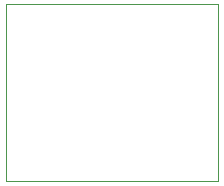
<source format=gbr>
G04 #@! TF.GenerationSoftware,KiCad,Pcbnew,5.1.5-52549c5~84~ubuntu18.04.1*
G04 #@! TF.CreationDate,2019-11-28T18:03:46-08:00*
G04 #@! TF.ProjectId,edison-led-3x4-pmod,65646973-6f6e-42d6-9c65-642d3378342d,rev?*
G04 #@! TF.SameCoordinates,PX68aa6f0PY527e2a0*
G04 #@! TF.FileFunction,Profile,NP*
%FSLAX46Y46*%
G04 Gerber Fmt 4.6, Leading zero omitted, Abs format (unit mm)*
G04 Created by KiCad (PCBNEW 5.1.5-52549c5~84~ubuntu18.04.1) date 2019-11-28 18:03:46*
%MOMM*%
%LPD*%
G04 APERTURE LIST*
%ADD10C,0.050000*%
G04 APERTURE END LIST*
D10*
X0Y0D02*
X0Y-15000000D01*
X18000000Y0D02*
X18000000Y-15000000D01*
X18000000Y-15000000D02*
X0Y-15000000D01*
X0Y0D02*
X18000000Y0D01*
M02*

</source>
